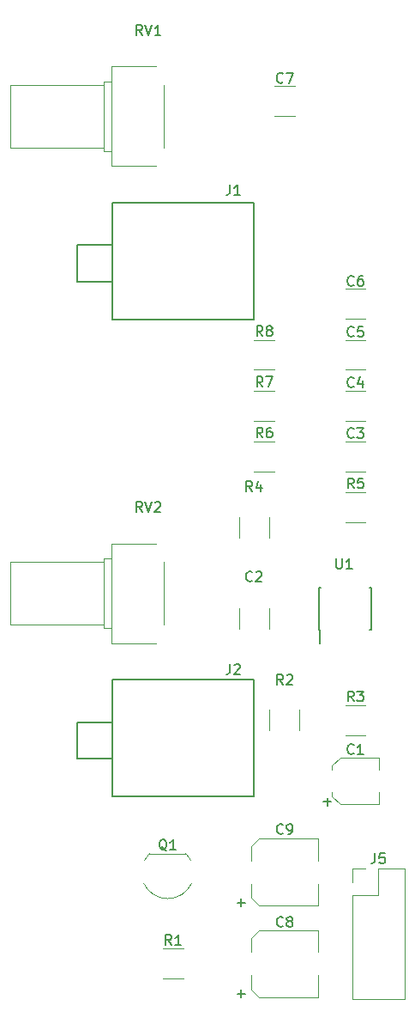
<source format=gbr>
G04 #@! TF.GenerationSoftware,KiCad,Pcbnew,9.0.0*
G04 #@! TF.CreationDate,2025-02-23T15:47:06-07:00*
G04 #@! TF.ProjectId,Noise_Gen,4e6f6973-655f-4476-956e-2e6b69636164,rev?*
G04 #@! TF.SameCoordinates,Original*
G04 #@! TF.FileFunction,Legend,Top*
G04 #@! TF.FilePolarity,Positive*
%FSLAX46Y46*%
G04 Gerber Fmt 4.6, Leading zero omitted, Abs format (unit mm)*
G04 Created by KiCad (PCBNEW 9.0.0) date 2025-02-23 15:47:06*
%MOMM*%
%LPD*%
G01*
G04 APERTURE LIST*
%ADD10C,0.150000*%
%ADD11C,0.120000*%
G04 APERTURE END LIST*
D10*
X11604666Y-18250819D02*
X11604666Y-18965104D01*
X11604666Y-18965104D02*
X11557047Y-19107961D01*
X11557047Y-19107961D02*
X11461809Y-19203200D01*
X11461809Y-19203200D02*
X11318952Y-19250819D01*
X11318952Y-19250819D02*
X11223714Y-19250819D01*
X12604666Y-19250819D02*
X12033238Y-19250819D01*
X12318952Y-19250819D02*
X12318952Y-18250819D01*
X12318952Y-18250819D02*
X12223714Y-18393676D01*
X12223714Y-18393676D02*
X12128476Y-18488914D01*
X12128476Y-18488914D02*
X12033238Y-18536533D01*
X11604666Y-65494819D02*
X11604666Y-66209104D01*
X11604666Y-66209104D02*
X11557047Y-66351961D01*
X11557047Y-66351961D02*
X11461809Y-66447200D01*
X11461809Y-66447200D02*
X11318952Y-66494819D01*
X11318952Y-66494819D02*
X11223714Y-66494819D01*
X12033238Y-65590057D02*
X12080857Y-65542438D01*
X12080857Y-65542438D02*
X12176095Y-65494819D01*
X12176095Y-65494819D02*
X12414190Y-65494819D01*
X12414190Y-65494819D02*
X12509428Y-65542438D01*
X12509428Y-65542438D02*
X12557047Y-65590057D01*
X12557047Y-65590057D02*
X12604666Y-65685295D01*
X12604666Y-65685295D02*
X12604666Y-65780533D01*
X12604666Y-65780533D02*
X12557047Y-65923390D01*
X12557047Y-65923390D02*
X11985619Y-66494819D01*
X11985619Y-66494819D02*
X12604666Y-66494819D01*
X2960761Y-3502819D02*
X2627428Y-3026628D01*
X2389333Y-3502819D02*
X2389333Y-2502819D01*
X2389333Y-2502819D02*
X2770285Y-2502819D01*
X2770285Y-2502819D02*
X2865523Y-2550438D01*
X2865523Y-2550438D02*
X2913142Y-2598057D01*
X2913142Y-2598057D02*
X2960761Y-2693295D01*
X2960761Y-2693295D02*
X2960761Y-2836152D01*
X2960761Y-2836152D02*
X2913142Y-2931390D01*
X2913142Y-2931390D02*
X2865523Y-2979009D01*
X2865523Y-2979009D02*
X2770285Y-3026628D01*
X2770285Y-3026628D02*
X2389333Y-3026628D01*
X3246476Y-2502819D02*
X3579809Y-3502819D01*
X3579809Y-3502819D02*
X3913142Y-2502819D01*
X4770285Y-3502819D02*
X4198857Y-3502819D01*
X4484571Y-3502819D02*
X4484571Y-2502819D01*
X4484571Y-2502819D02*
X4389333Y-2645676D01*
X4389333Y-2645676D02*
X4294095Y-2740914D01*
X4294095Y-2740914D02*
X4198857Y-2788533D01*
X2960761Y-50492819D02*
X2627428Y-50016628D01*
X2389333Y-50492819D02*
X2389333Y-49492819D01*
X2389333Y-49492819D02*
X2770285Y-49492819D01*
X2770285Y-49492819D02*
X2865523Y-49540438D01*
X2865523Y-49540438D02*
X2913142Y-49588057D01*
X2913142Y-49588057D02*
X2960761Y-49683295D01*
X2960761Y-49683295D02*
X2960761Y-49826152D01*
X2960761Y-49826152D02*
X2913142Y-49921390D01*
X2913142Y-49921390D02*
X2865523Y-49969009D01*
X2865523Y-49969009D02*
X2770285Y-50016628D01*
X2770285Y-50016628D02*
X2389333Y-50016628D01*
X3246476Y-49492819D02*
X3579809Y-50492819D01*
X3579809Y-50492819D02*
X3913142Y-49492819D01*
X4198857Y-49588057D02*
X4246476Y-49540438D01*
X4246476Y-49540438D02*
X4341714Y-49492819D01*
X4341714Y-49492819D02*
X4579809Y-49492819D01*
X4579809Y-49492819D02*
X4675047Y-49540438D01*
X4675047Y-49540438D02*
X4722666Y-49588057D01*
X4722666Y-49588057D02*
X4770285Y-49683295D01*
X4770285Y-49683295D02*
X4770285Y-49778533D01*
X4770285Y-49778533D02*
X4722666Y-49921390D01*
X4722666Y-49921390D02*
X4151238Y-50492819D01*
X4151238Y-50492819D02*
X4770285Y-50492819D01*
X25936666Y-84124819D02*
X25936666Y-84839104D01*
X25936666Y-84839104D02*
X25889047Y-84981961D01*
X25889047Y-84981961D02*
X25793809Y-85077200D01*
X25793809Y-85077200D02*
X25650952Y-85124819D01*
X25650952Y-85124819D02*
X25555714Y-85124819D01*
X26889047Y-84124819D02*
X26412857Y-84124819D01*
X26412857Y-84124819D02*
X26365238Y-84601009D01*
X26365238Y-84601009D02*
X26412857Y-84553390D01*
X26412857Y-84553390D02*
X26508095Y-84505771D01*
X26508095Y-84505771D02*
X26746190Y-84505771D01*
X26746190Y-84505771D02*
X26841428Y-84553390D01*
X26841428Y-84553390D02*
X26889047Y-84601009D01*
X26889047Y-84601009D02*
X26936666Y-84696247D01*
X26936666Y-84696247D02*
X26936666Y-84934342D01*
X26936666Y-84934342D02*
X26889047Y-85029580D01*
X26889047Y-85029580D02*
X26841428Y-85077200D01*
X26841428Y-85077200D02*
X26746190Y-85124819D01*
X26746190Y-85124819D02*
X26508095Y-85124819D01*
X26508095Y-85124819D02*
X26412857Y-85077200D01*
X26412857Y-85077200D02*
X26365238Y-85029580D01*
X23833333Y-74273580D02*
X23785714Y-74321200D01*
X23785714Y-74321200D02*
X23642857Y-74368819D01*
X23642857Y-74368819D02*
X23547619Y-74368819D01*
X23547619Y-74368819D02*
X23404762Y-74321200D01*
X23404762Y-74321200D02*
X23309524Y-74225961D01*
X23309524Y-74225961D02*
X23261905Y-74130723D01*
X23261905Y-74130723D02*
X23214286Y-73940247D01*
X23214286Y-73940247D02*
X23214286Y-73797390D01*
X23214286Y-73797390D02*
X23261905Y-73606914D01*
X23261905Y-73606914D02*
X23309524Y-73511676D01*
X23309524Y-73511676D02*
X23404762Y-73416438D01*
X23404762Y-73416438D02*
X23547619Y-73368819D01*
X23547619Y-73368819D02*
X23642857Y-73368819D01*
X23642857Y-73368819D02*
X23785714Y-73416438D01*
X23785714Y-73416438D02*
X23833333Y-73464057D01*
X24785714Y-74368819D02*
X24214286Y-74368819D01*
X24500000Y-74368819D02*
X24500000Y-73368819D01*
X24500000Y-73368819D02*
X24404762Y-73511676D01*
X24404762Y-73511676D02*
X24309524Y-73606914D01*
X24309524Y-73606914D02*
X24214286Y-73654533D01*
X20839048Y-79063866D02*
X21600953Y-79063866D01*
X21220000Y-79444819D02*
X21220000Y-78682914D01*
X13803333Y-57255580D02*
X13755714Y-57303200D01*
X13755714Y-57303200D02*
X13612857Y-57350819D01*
X13612857Y-57350819D02*
X13517619Y-57350819D01*
X13517619Y-57350819D02*
X13374762Y-57303200D01*
X13374762Y-57303200D02*
X13279524Y-57207961D01*
X13279524Y-57207961D02*
X13231905Y-57112723D01*
X13231905Y-57112723D02*
X13184286Y-56922247D01*
X13184286Y-56922247D02*
X13184286Y-56779390D01*
X13184286Y-56779390D02*
X13231905Y-56588914D01*
X13231905Y-56588914D02*
X13279524Y-56493676D01*
X13279524Y-56493676D02*
X13374762Y-56398438D01*
X13374762Y-56398438D02*
X13517619Y-56350819D01*
X13517619Y-56350819D02*
X13612857Y-56350819D01*
X13612857Y-56350819D02*
X13755714Y-56398438D01*
X13755714Y-56398438D02*
X13803333Y-56446057D01*
X14184286Y-56446057D02*
X14231905Y-56398438D01*
X14231905Y-56398438D02*
X14327143Y-56350819D01*
X14327143Y-56350819D02*
X14565238Y-56350819D01*
X14565238Y-56350819D02*
X14660476Y-56398438D01*
X14660476Y-56398438D02*
X14708095Y-56446057D01*
X14708095Y-56446057D02*
X14755714Y-56541295D01*
X14755714Y-56541295D02*
X14755714Y-56636533D01*
X14755714Y-56636533D02*
X14708095Y-56779390D01*
X14708095Y-56779390D02*
X14136667Y-57350819D01*
X14136667Y-57350819D02*
X14755714Y-57350819D01*
X23833333Y-43109580D02*
X23785714Y-43157200D01*
X23785714Y-43157200D02*
X23642857Y-43204819D01*
X23642857Y-43204819D02*
X23547619Y-43204819D01*
X23547619Y-43204819D02*
X23404762Y-43157200D01*
X23404762Y-43157200D02*
X23309524Y-43061961D01*
X23309524Y-43061961D02*
X23261905Y-42966723D01*
X23261905Y-42966723D02*
X23214286Y-42776247D01*
X23214286Y-42776247D02*
X23214286Y-42633390D01*
X23214286Y-42633390D02*
X23261905Y-42442914D01*
X23261905Y-42442914D02*
X23309524Y-42347676D01*
X23309524Y-42347676D02*
X23404762Y-42252438D01*
X23404762Y-42252438D02*
X23547619Y-42204819D01*
X23547619Y-42204819D02*
X23642857Y-42204819D01*
X23642857Y-42204819D02*
X23785714Y-42252438D01*
X23785714Y-42252438D02*
X23833333Y-42300057D01*
X24166667Y-42204819D02*
X24785714Y-42204819D01*
X24785714Y-42204819D02*
X24452381Y-42585771D01*
X24452381Y-42585771D02*
X24595238Y-42585771D01*
X24595238Y-42585771D02*
X24690476Y-42633390D01*
X24690476Y-42633390D02*
X24738095Y-42681009D01*
X24738095Y-42681009D02*
X24785714Y-42776247D01*
X24785714Y-42776247D02*
X24785714Y-43014342D01*
X24785714Y-43014342D02*
X24738095Y-43109580D01*
X24738095Y-43109580D02*
X24690476Y-43157200D01*
X24690476Y-43157200D02*
X24595238Y-43204819D01*
X24595238Y-43204819D02*
X24309524Y-43204819D01*
X24309524Y-43204819D02*
X24214286Y-43157200D01*
X24214286Y-43157200D02*
X24166667Y-43109580D01*
X23833333Y-38109580D02*
X23785714Y-38157200D01*
X23785714Y-38157200D02*
X23642857Y-38204819D01*
X23642857Y-38204819D02*
X23547619Y-38204819D01*
X23547619Y-38204819D02*
X23404762Y-38157200D01*
X23404762Y-38157200D02*
X23309524Y-38061961D01*
X23309524Y-38061961D02*
X23261905Y-37966723D01*
X23261905Y-37966723D02*
X23214286Y-37776247D01*
X23214286Y-37776247D02*
X23214286Y-37633390D01*
X23214286Y-37633390D02*
X23261905Y-37442914D01*
X23261905Y-37442914D02*
X23309524Y-37347676D01*
X23309524Y-37347676D02*
X23404762Y-37252438D01*
X23404762Y-37252438D02*
X23547619Y-37204819D01*
X23547619Y-37204819D02*
X23642857Y-37204819D01*
X23642857Y-37204819D02*
X23785714Y-37252438D01*
X23785714Y-37252438D02*
X23833333Y-37300057D01*
X24690476Y-37538152D02*
X24690476Y-38204819D01*
X24452381Y-37157200D02*
X24214286Y-37871485D01*
X24214286Y-37871485D02*
X24833333Y-37871485D01*
X23833333Y-33109580D02*
X23785714Y-33157200D01*
X23785714Y-33157200D02*
X23642857Y-33204819D01*
X23642857Y-33204819D02*
X23547619Y-33204819D01*
X23547619Y-33204819D02*
X23404762Y-33157200D01*
X23404762Y-33157200D02*
X23309524Y-33061961D01*
X23309524Y-33061961D02*
X23261905Y-32966723D01*
X23261905Y-32966723D02*
X23214286Y-32776247D01*
X23214286Y-32776247D02*
X23214286Y-32633390D01*
X23214286Y-32633390D02*
X23261905Y-32442914D01*
X23261905Y-32442914D02*
X23309524Y-32347676D01*
X23309524Y-32347676D02*
X23404762Y-32252438D01*
X23404762Y-32252438D02*
X23547619Y-32204819D01*
X23547619Y-32204819D02*
X23642857Y-32204819D01*
X23642857Y-32204819D02*
X23785714Y-32252438D01*
X23785714Y-32252438D02*
X23833333Y-32300057D01*
X24738095Y-32204819D02*
X24261905Y-32204819D01*
X24261905Y-32204819D02*
X24214286Y-32681009D01*
X24214286Y-32681009D02*
X24261905Y-32633390D01*
X24261905Y-32633390D02*
X24357143Y-32585771D01*
X24357143Y-32585771D02*
X24595238Y-32585771D01*
X24595238Y-32585771D02*
X24690476Y-32633390D01*
X24690476Y-32633390D02*
X24738095Y-32681009D01*
X24738095Y-32681009D02*
X24785714Y-32776247D01*
X24785714Y-32776247D02*
X24785714Y-33014342D01*
X24785714Y-33014342D02*
X24738095Y-33109580D01*
X24738095Y-33109580D02*
X24690476Y-33157200D01*
X24690476Y-33157200D02*
X24595238Y-33204819D01*
X24595238Y-33204819D02*
X24357143Y-33204819D01*
X24357143Y-33204819D02*
X24261905Y-33157200D01*
X24261905Y-33157200D02*
X24214286Y-33109580D01*
X23833333Y-28109580D02*
X23785714Y-28157200D01*
X23785714Y-28157200D02*
X23642857Y-28204819D01*
X23642857Y-28204819D02*
X23547619Y-28204819D01*
X23547619Y-28204819D02*
X23404762Y-28157200D01*
X23404762Y-28157200D02*
X23309524Y-28061961D01*
X23309524Y-28061961D02*
X23261905Y-27966723D01*
X23261905Y-27966723D02*
X23214286Y-27776247D01*
X23214286Y-27776247D02*
X23214286Y-27633390D01*
X23214286Y-27633390D02*
X23261905Y-27442914D01*
X23261905Y-27442914D02*
X23309524Y-27347676D01*
X23309524Y-27347676D02*
X23404762Y-27252438D01*
X23404762Y-27252438D02*
X23547619Y-27204819D01*
X23547619Y-27204819D02*
X23642857Y-27204819D01*
X23642857Y-27204819D02*
X23785714Y-27252438D01*
X23785714Y-27252438D02*
X23833333Y-27300057D01*
X24690476Y-27204819D02*
X24500000Y-27204819D01*
X24500000Y-27204819D02*
X24404762Y-27252438D01*
X24404762Y-27252438D02*
X24357143Y-27300057D01*
X24357143Y-27300057D02*
X24261905Y-27442914D01*
X24261905Y-27442914D02*
X24214286Y-27633390D01*
X24214286Y-27633390D02*
X24214286Y-28014342D01*
X24214286Y-28014342D02*
X24261905Y-28109580D01*
X24261905Y-28109580D02*
X24309524Y-28157200D01*
X24309524Y-28157200D02*
X24404762Y-28204819D01*
X24404762Y-28204819D02*
X24595238Y-28204819D01*
X24595238Y-28204819D02*
X24690476Y-28157200D01*
X24690476Y-28157200D02*
X24738095Y-28109580D01*
X24738095Y-28109580D02*
X24785714Y-28014342D01*
X24785714Y-28014342D02*
X24785714Y-27776247D01*
X24785714Y-27776247D02*
X24738095Y-27681009D01*
X24738095Y-27681009D02*
X24690476Y-27633390D01*
X24690476Y-27633390D02*
X24595238Y-27585771D01*
X24595238Y-27585771D02*
X24404762Y-27585771D01*
X24404762Y-27585771D02*
X24309524Y-27633390D01*
X24309524Y-27633390D02*
X24261905Y-27681009D01*
X24261905Y-27681009D02*
X24214286Y-27776247D01*
X16833333Y-8109580D02*
X16785714Y-8157200D01*
X16785714Y-8157200D02*
X16642857Y-8204819D01*
X16642857Y-8204819D02*
X16547619Y-8204819D01*
X16547619Y-8204819D02*
X16404762Y-8157200D01*
X16404762Y-8157200D02*
X16309524Y-8061961D01*
X16309524Y-8061961D02*
X16261905Y-7966723D01*
X16261905Y-7966723D02*
X16214286Y-7776247D01*
X16214286Y-7776247D02*
X16214286Y-7633390D01*
X16214286Y-7633390D02*
X16261905Y-7442914D01*
X16261905Y-7442914D02*
X16309524Y-7347676D01*
X16309524Y-7347676D02*
X16404762Y-7252438D01*
X16404762Y-7252438D02*
X16547619Y-7204819D01*
X16547619Y-7204819D02*
X16642857Y-7204819D01*
X16642857Y-7204819D02*
X16785714Y-7252438D01*
X16785714Y-7252438D02*
X16833333Y-7300057D01*
X17166667Y-7204819D02*
X17833333Y-7204819D01*
X17833333Y-7204819D02*
X17404762Y-8204819D01*
X16833333Y-91291580D02*
X16785714Y-91339200D01*
X16785714Y-91339200D02*
X16642857Y-91386819D01*
X16642857Y-91386819D02*
X16547619Y-91386819D01*
X16547619Y-91386819D02*
X16404762Y-91339200D01*
X16404762Y-91339200D02*
X16309524Y-91243961D01*
X16309524Y-91243961D02*
X16261905Y-91148723D01*
X16261905Y-91148723D02*
X16214286Y-90958247D01*
X16214286Y-90958247D02*
X16214286Y-90815390D01*
X16214286Y-90815390D02*
X16261905Y-90624914D01*
X16261905Y-90624914D02*
X16309524Y-90529676D01*
X16309524Y-90529676D02*
X16404762Y-90434438D01*
X16404762Y-90434438D02*
X16547619Y-90386819D01*
X16547619Y-90386819D02*
X16642857Y-90386819D01*
X16642857Y-90386819D02*
X16785714Y-90434438D01*
X16785714Y-90434438D02*
X16833333Y-90482057D01*
X17404762Y-90815390D02*
X17309524Y-90767771D01*
X17309524Y-90767771D02*
X17261905Y-90720152D01*
X17261905Y-90720152D02*
X17214286Y-90624914D01*
X17214286Y-90624914D02*
X17214286Y-90577295D01*
X17214286Y-90577295D02*
X17261905Y-90482057D01*
X17261905Y-90482057D02*
X17309524Y-90434438D01*
X17309524Y-90434438D02*
X17404762Y-90386819D01*
X17404762Y-90386819D02*
X17595238Y-90386819D01*
X17595238Y-90386819D02*
X17690476Y-90434438D01*
X17690476Y-90434438D02*
X17738095Y-90482057D01*
X17738095Y-90482057D02*
X17785714Y-90577295D01*
X17785714Y-90577295D02*
X17785714Y-90624914D01*
X17785714Y-90624914D02*
X17738095Y-90720152D01*
X17738095Y-90720152D02*
X17690476Y-90767771D01*
X17690476Y-90767771D02*
X17595238Y-90815390D01*
X17595238Y-90815390D02*
X17404762Y-90815390D01*
X17404762Y-90815390D02*
X17309524Y-90863009D01*
X17309524Y-90863009D02*
X17261905Y-90910628D01*
X17261905Y-90910628D02*
X17214286Y-91005866D01*
X17214286Y-91005866D02*
X17214286Y-91196342D01*
X17214286Y-91196342D02*
X17261905Y-91291580D01*
X17261905Y-91291580D02*
X17309524Y-91339200D01*
X17309524Y-91339200D02*
X17404762Y-91386819D01*
X17404762Y-91386819D02*
X17595238Y-91386819D01*
X17595238Y-91386819D02*
X17690476Y-91339200D01*
X17690476Y-91339200D02*
X17738095Y-91291580D01*
X17738095Y-91291580D02*
X17785714Y-91196342D01*
X17785714Y-91196342D02*
X17785714Y-91005866D01*
X17785714Y-91005866D02*
X17738095Y-90910628D01*
X17738095Y-90910628D02*
X17690476Y-90863009D01*
X17690476Y-90863009D02*
X17595238Y-90815390D01*
X12339048Y-97983866D02*
X13100953Y-97983866D01*
X12720000Y-98364819D02*
X12720000Y-97602914D01*
X16833333Y-82147580D02*
X16785714Y-82195200D01*
X16785714Y-82195200D02*
X16642857Y-82242819D01*
X16642857Y-82242819D02*
X16547619Y-82242819D01*
X16547619Y-82242819D02*
X16404762Y-82195200D01*
X16404762Y-82195200D02*
X16309524Y-82099961D01*
X16309524Y-82099961D02*
X16261905Y-82004723D01*
X16261905Y-82004723D02*
X16214286Y-81814247D01*
X16214286Y-81814247D02*
X16214286Y-81671390D01*
X16214286Y-81671390D02*
X16261905Y-81480914D01*
X16261905Y-81480914D02*
X16309524Y-81385676D01*
X16309524Y-81385676D02*
X16404762Y-81290438D01*
X16404762Y-81290438D02*
X16547619Y-81242819D01*
X16547619Y-81242819D02*
X16642857Y-81242819D01*
X16642857Y-81242819D02*
X16785714Y-81290438D01*
X16785714Y-81290438D02*
X16833333Y-81338057D01*
X17309524Y-82242819D02*
X17500000Y-82242819D01*
X17500000Y-82242819D02*
X17595238Y-82195200D01*
X17595238Y-82195200D02*
X17642857Y-82147580D01*
X17642857Y-82147580D02*
X17738095Y-82004723D01*
X17738095Y-82004723D02*
X17785714Y-81814247D01*
X17785714Y-81814247D02*
X17785714Y-81433295D01*
X17785714Y-81433295D02*
X17738095Y-81338057D01*
X17738095Y-81338057D02*
X17690476Y-81290438D01*
X17690476Y-81290438D02*
X17595238Y-81242819D01*
X17595238Y-81242819D02*
X17404762Y-81242819D01*
X17404762Y-81242819D02*
X17309524Y-81290438D01*
X17309524Y-81290438D02*
X17261905Y-81338057D01*
X17261905Y-81338057D02*
X17214286Y-81433295D01*
X17214286Y-81433295D02*
X17214286Y-81671390D01*
X17214286Y-81671390D02*
X17261905Y-81766628D01*
X17261905Y-81766628D02*
X17309524Y-81814247D01*
X17309524Y-81814247D02*
X17404762Y-81861866D01*
X17404762Y-81861866D02*
X17595238Y-81861866D01*
X17595238Y-81861866D02*
X17690476Y-81814247D01*
X17690476Y-81814247D02*
X17738095Y-81766628D01*
X17738095Y-81766628D02*
X17785714Y-81671390D01*
X12339048Y-88983866D02*
X13100953Y-88983866D01*
X12720000Y-89364819D02*
X12720000Y-88602914D01*
X5364761Y-83862057D02*
X5269523Y-83814438D01*
X5269523Y-83814438D02*
X5174285Y-83719200D01*
X5174285Y-83719200D02*
X5031428Y-83576342D01*
X5031428Y-83576342D02*
X4936190Y-83528723D01*
X4936190Y-83528723D02*
X4840952Y-83528723D01*
X4888571Y-83766819D02*
X4793333Y-83719200D01*
X4793333Y-83719200D02*
X4698095Y-83623961D01*
X4698095Y-83623961D02*
X4650476Y-83433485D01*
X4650476Y-83433485D02*
X4650476Y-83100152D01*
X4650476Y-83100152D02*
X4698095Y-82909676D01*
X4698095Y-82909676D02*
X4793333Y-82814438D01*
X4793333Y-82814438D02*
X4888571Y-82766819D01*
X4888571Y-82766819D02*
X5079047Y-82766819D01*
X5079047Y-82766819D02*
X5174285Y-82814438D01*
X5174285Y-82814438D02*
X5269523Y-82909676D01*
X5269523Y-82909676D02*
X5317142Y-83100152D01*
X5317142Y-83100152D02*
X5317142Y-83433485D01*
X5317142Y-83433485D02*
X5269523Y-83623961D01*
X5269523Y-83623961D02*
X5174285Y-83719200D01*
X5174285Y-83719200D02*
X5079047Y-83766819D01*
X5079047Y-83766819D02*
X4888571Y-83766819D01*
X6269523Y-83766819D02*
X5698095Y-83766819D01*
X5983809Y-83766819D02*
X5983809Y-82766819D01*
X5983809Y-82766819D02*
X5888571Y-82909676D01*
X5888571Y-82909676D02*
X5793333Y-83004914D01*
X5793333Y-83004914D02*
X5698095Y-83052533D01*
X5833333Y-93164819D02*
X5500000Y-92688628D01*
X5261905Y-93164819D02*
X5261905Y-92164819D01*
X5261905Y-92164819D02*
X5642857Y-92164819D01*
X5642857Y-92164819D02*
X5738095Y-92212438D01*
X5738095Y-92212438D02*
X5785714Y-92260057D01*
X5785714Y-92260057D02*
X5833333Y-92355295D01*
X5833333Y-92355295D02*
X5833333Y-92498152D01*
X5833333Y-92498152D02*
X5785714Y-92593390D01*
X5785714Y-92593390D02*
X5738095Y-92641009D01*
X5738095Y-92641009D02*
X5642857Y-92688628D01*
X5642857Y-92688628D02*
X5261905Y-92688628D01*
X6785714Y-93164819D02*
X6214286Y-93164819D01*
X6500000Y-93164819D02*
X6500000Y-92164819D01*
X6500000Y-92164819D02*
X6404762Y-92307676D01*
X6404762Y-92307676D02*
X6309524Y-92402914D01*
X6309524Y-92402914D02*
X6214286Y-92450533D01*
X16851333Y-67510819D02*
X16518000Y-67034628D01*
X16279905Y-67510819D02*
X16279905Y-66510819D01*
X16279905Y-66510819D02*
X16660857Y-66510819D01*
X16660857Y-66510819D02*
X16756095Y-66558438D01*
X16756095Y-66558438D02*
X16803714Y-66606057D01*
X16803714Y-66606057D02*
X16851333Y-66701295D01*
X16851333Y-66701295D02*
X16851333Y-66844152D01*
X16851333Y-66844152D02*
X16803714Y-66939390D01*
X16803714Y-66939390D02*
X16756095Y-66987009D01*
X16756095Y-66987009D02*
X16660857Y-67034628D01*
X16660857Y-67034628D02*
X16279905Y-67034628D01*
X17232286Y-66606057D02*
X17279905Y-66558438D01*
X17279905Y-66558438D02*
X17375143Y-66510819D01*
X17375143Y-66510819D02*
X17613238Y-66510819D01*
X17613238Y-66510819D02*
X17708476Y-66558438D01*
X17708476Y-66558438D02*
X17756095Y-66606057D01*
X17756095Y-66606057D02*
X17803714Y-66701295D01*
X17803714Y-66701295D02*
X17803714Y-66796533D01*
X17803714Y-66796533D02*
X17756095Y-66939390D01*
X17756095Y-66939390D02*
X17184667Y-67510819D01*
X17184667Y-67510819D02*
X17803714Y-67510819D01*
X23833333Y-69154819D02*
X23500000Y-68678628D01*
X23261905Y-69154819D02*
X23261905Y-68154819D01*
X23261905Y-68154819D02*
X23642857Y-68154819D01*
X23642857Y-68154819D02*
X23738095Y-68202438D01*
X23738095Y-68202438D02*
X23785714Y-68250057D01*
X23785714Y-68250057D02*
X23833333Y-68345295D01*
X23833333Y-68345295D02*
X23833333Y-68488152D01*
X23833333Y-68488152D02*
X23785714Y-68583390D01*
X23785714Y-68583390D02*
X23738095Y-68631009D01*
X23738095Y-68631009D02*
X23642857Y-68678628D01*
X23642857Y-68678628D02*
X23261905Y-68678628D01*
X24166667Y-68154819D02*
X24785714Y-68154819D01*
X24785714Y-68154819D02*
X24452381Y-68535771D01*
X24452381Y-68535771D02*
X24595238Y-68535771D01*
X24595238Y-68535771D02*
X24690476Y-68583390D01*
X24690476Y-68583390D02*
X24738095Y-68631009D01*
X24738095Y-68631009D02*
X24785714Y-68726247D01*
X24785714Y-68726247D02*
X24785714Y-68964342D01*
X24785714Y-68964342D02*
X24738095Y-69059580D01*
X24738095Y-69059580D02*
X24690476Y-69107200D01*
X24690476Y-69107200D02*
X24595238Y-69154819D01*
X24595238Y-69154819D02*
X24309524Y-69154819D01*
X24309524Y-69154819D02*
X24214286Y-69107200D01*
X24214286Y-69107200D02*
X24166667Y-69059580D01*
X13803333Y-48460819D02*
X13470000Y-47984628D01*
X13231905Y-48460819D02*
X13231905Y-47460819D01*
X13231905Y-47460819D02*
X13612857Y-47460819D01*
X13612857Y-47460819D02*
X13708095Y-47508438D01*
X13708095Y-47508438D02*
X13755714Y-47556057D01*
X13755714Y-47556057D02*
X13803333Y-47651295D01*
X13803333Y-47651295D02*
X13803333Y-47794152D01*
X13803333Y-47794152D02*
X13755714Y-47889390D01*
X13755714Y-47889390D02*
X13708095Y-47937009D01*
X13708095Y-47937009D02*
X13612857Y-47984628D01*
X13612857Y-47984628D02*
X13231905Y-47984628D01*
X14660476Y-47794152D02*
X14660476Y-48460819D01*
X14422381Y-47413200D02*
X14184286Y-48127485D01*
X14184286Y-48127485D02*
X14803333Y-48127485D01*
X23833333Y-48154819D02*
X23500000Y-47678628D01*
X23261905Y-48154819D02*
X23261905Y-47154819D01*
X23261905Y-47154819D02*
X23642857Y-47154819D01*
X23642857Y-47154819D02*
X23738095Y-47202438D01*
X23738095Y-47202438D02*
X23785714Y-47250057D01*
X23785714Y-47250057D02*
X23833333Y-47345295D01*
X23833333Y-47345295D02*
X23833333Y-47488152D01*
X23833333Y-47488152D02*
X23785714Y-47583390D01*
X23785714Y-47583390D02*
X23738095Y-47631009D01*
X23738095Y-47631009D02*
X23642857Y-47678628D01*
X23642857Y-47678628D02*
X23261905Y-47678628D01*
X24738095Y-47154819D02*
X24261905Y-47154819D01*
X24261905Y-47154819D02*
X24214286Y-47631009D01*
X24214286Y-47631009D02*
X24261905Y-47583390D01*
X24261905Y-47583390D02*
X24357143Y-47535771D01*
X24357143Y-47535771D02*
X24595238Y-47535771D01*
X24595238Y-47535771D02*
X24690476Y-47583390D01*
X24690476Y-47583390D02*
X24738095Y-47631009D01*
X24738095Y-47631009D02*
X24785714Y-47726247D01*
X24785714Y-47726247D02*
X24785714Y-47964342D01*
X24785714Y-47964342D02*
X24738095Y-48059580D01*
X24738095Y-48059580D02*
X24690476Y-48107200D01*
X24690476Y-48107200D02*
X24595238Y-48154819D01*
X24595238Y-48154819D02*
X24357143Y-48154819D01*
X24357143Y-48154819D02*
X24261905Y-48107200D01*
X24261905Y-48107200D02*
X24214286Y-48059580D01*
X14833333Y-43154819D02*
X14500000Y-42678628D01*
X14261905Y-43154819D02*
X14261905Y-42154819D01*
X14261905Y-42154819D02*
X14642857Y-42154819D01*
X14642857Y-42154819D02*
X14738095Y-42202438D01*
X14738095Y-42202438D02*
X14785714Y-42250057D01*
X14785714Y-42250057D02*
X14833333Y-42345295D01*
X14833333Y-42345295D02*
X14833333Y-42488152D01*
X14833333Y-42488152D02*
X14785714Y-42583390D01*
X14785714Y-42583390D02*
X14738095Y-42631009D01*
X14738095Y-42631009D02*
X14642857Y-42678628D01*
X14642857Y-42678628D02*
X14261905Y-42678628D01*
X15690476Y-42154819D02*
X15500000Y-42154819D01*
X15500000Y-42154819D02*
X15404762Y-42202438D01*
X15404762Y-42202438D02*
X15357143Y-42250057D01*
X15357143Y-42250057D02*
X15261905Y-42392914D01*
X15261905Y-42392914D02*
X15214286Y-42583390D01*
X15214286Y-42583390D02*
X15214286Y-42964342D01*
X15214286Y-42964342D02*
X15261905Y-43059580D01*
X15261905Y-43059580D02*
X15309524Y-43107200D01*
X15309524Y-43107200D02*
X15404762Y-43154819D01*
X15404762Y-43154819D02*
X15595238Y-43154819D01*
X15595238Y-43154819D02*
X15690476Y-43107200D01*
X15690476Y-43107200D02*
X15738095Y-43059580D01*
X15738095Y-43059580D02*
X15785714Y-42964342D01*
X15785714Y-42964342D02*
X15785714Y-42726247D01*
X15785714Y-42726247D02*
X15738095Y-42631009D01*
X15738095Y-42631009D02*
X15690476Y-42583390D01*
X15690476Y-42583390D02*
X15595238Y-42535771D01*
X15595238Y-42535771D02*
X15404762Y-42535771D01*
X15404762Y-42535771D02*
X15309524Y-42583390D01*
X15309524Y-42583390D02*
X15261905Y-42631009D01*
X15261905Y-42631009D02*
X15214286Y-42726247D01*
X14833333Y-38154819D02*
X14500000Y-37678628D01*
X14261905Y-38154819D02*
X14261905Y-37154819D01*
X14261905Y-37154819D02*
X14642857Y-37154819D01*
X14642857Y-37154819D02*
X14738095Y-37202438D01*
X14738095Y-37202438D02*
X14785714Y-37250057D01*
X14785714Y-37250057D02*
X14833333Y-37345295D01*
X14833333Y-37345295D02*
X14833333Y-37488152D01*
X14833333Y-37488152D02*
X14785714Y-37583390D01*
X14785714Y-37583390D02*
X14738095Y-37631009D01*
X14738095Y-37631009D02*
X14642857Y-37678628D01*
X14642857Y-37678628D02*
X14261905Y-37678628D01*
X15166667Y-37154819D02*
X15833333Y-37154819D01*
X15833333Y-37154819D02*
X15404762Y-38154819D01*
X14833333Y-33154819D02*
X14500000Y-32678628D01*
X14261905Y-33154819D02*
X14261905Y-32154819D01*
X14261905Y-32154819D02*
X14642857Y-32154819D01*
X14642857Y-32154819D02*
X14738095Y-32202438D01*
X14738095Y-32202438D02*
X14785714Y-32250057D01*
X14785714Y-32250057D02*
X14833333Y-32345295D01*
X14833333Y-32345295D02*
X14833333Y-32488152D01*
X14833333Y-32488152D02*
X14785714Y-32583390D01*
X14785714Y-32583390D02*
X14738095Y-32631009D01*
X14738095Y-32631009D02*
X14642857Y-32678628D01*
X14642857Y-32678628D02*
X14261905Y-32678628D01*
X15404762Y-32583390D02*
X15309524Y-32535771D01*
X15309524Y-32535771D02*
X15261905Y-32488152D01*
X15261905Y-32488152D02*
X15214286Y-32392914D01*
X15214286Y-32392914D02*
X15214286Y-32345295D01*
X15214286Y-32345295D02*
X15261905Y-32250057D01*
X15261905Y-32250057D02*
X15309524Y-32202438D01*
X15309524Y-32202438D02*
X15404762Y-32154819D01*
X15404762Y-32154819D02*
X15595238Y-32154819D01*
X15595238Y-32154819D02*
X15690476Y-32202438D01*
X15690476Y-32202438D02*
X15738095Y-32250057D01*
X15738095Y-32250057D02*
X15785714Y-32345295D01*
X15785714Y-32345295D02*
X15785714Y-32392914D01*
X15785714Y-32392914D02*
X15738095Y-32488152D01*
X15738095Y-32488152D02*
X15690476Y-32535771D01*
X15690476Y-32535771D02*
X15595238Y-32583390D01*
X15595238Y-32583390D02*
X15404762Y-32583390D01*
X15404762Y-32583390D02*
X15309524Y-32631009D01*
X15309524Y-32631009D02*
X15261905Y-32678628D01*
X15261905Y-32678628D02*
X15214286Y-32773866D01*
X15214286Y-32773866D02*
X15214286Y-32964342D01*
X15214286Y-32964342D02*
X15261905Y-33059580D01*
X15261905Y-33059580D02*
X15309524Y-33107200D01*
X15309524Y-33107200D02*
X15404762Y-33154819D01*
X15404762Y-33154819D02*
X15595238Y-33154819D01*
X15595238Y-33154819D02*
X15690476Y-33107200D01*
X15690476Y-33107200D02*
X15738095Y-33059580D01*
X15738095Y-33059580D02*
X15785714Y-32964342D01*
X15785714Y-32964342D02*
X15785714Y-32773866D01*
X15785714Y-32773866D02*
X15738095Y-32678628D01*
X15738095Y-32678628D02*
X15690476Y-32631009D01*
X15690476Y-32631009D02*
X15595238Y-32583390D01*
X22098095Y-55080819D02*
X22098095Y-55890342D01*
X22098095Y-55890342D02*
X22145714Y-55985580D01*
X22145714Y-55985580D02*
X22193333Y-56033200D01*
X22193333Y-56033200D02*
X22288571Y-56080819D01*
X22288571Y-56080819D02*
X22479047Y-56080819D01*
X22479047Y-56080819D02*
X22574285Y-56033200D01*
X22574285Y-56033200D02*
X22621904Y-55985580D01*
X22621904Y-55985580D02*
X22669523Y-55890342D01*
X22669523Y-55890342D02*
X22669523Y-55080819D01*
X23669523Y-56080819D02*
X23098095Y-56080819D01*
X23383809Y-56080819D02*
X23383809Y-55080819D01*
X23383809Y-55080819D02*
X23288571Y-55223676D01*
X23288571Y-55223676D02*
X23193333Y-55318914D01*
X23193333Y-55318914D02*
X23098095Y-55366533D01*
X0Y-31500000D02*
X0Y-20000000D01*
X-3500000Y-24200000D02*
X-3500000Y-27800000D01*
X14000000Y-20000000D02*
X14000000Y-31500000D01*
X0Y-20000000D02*
X14000000Y-20000000D01*
X0Y-27800000D02*
X-3500000Y-27800000D01*
X14000000Y-31500000D02*
X0Y-31500000D01*
X0Y-24200000D02*
X-3500000Y-24200000D01*
X14000000Y-78500000D02*
X0Y-78500000D01*
X0Y-71200000D02*
X-3500000Y-71200000D01*
X0Y-78500000D02*
X0Y-67000000D01*
X-3500000Y-71200000D02*
X-3500000Y-74800000D01*
X0Y-67000000D02*
X14000000Y-67000000D01*
X0Y-74800000D02*
X-3500000Y-74800000D01*
X14000000Y-67000000D02*
X14000000Y-78500000D01*
D11*
X-860000Y-14960000D02*
X-860000Y-8040000D01*
X-10060000Y-14560000D02*
X-10060000Y-8440000D01*
X4305000Y-16410000D02*
X-60000Y-16410000D01*
X-860000Y-8440000D02*
X-10060000Y-8440000D01*
X-860000Y-14560000D02*
X-860000Y-8440000D01*
X-60000Y-16410000D02*
X-60000Y-6590000D01*
X-60000Y-8040000D02*
X-860000Y-8040000D01*
X5060000Y-14625000D02*
X5060000Y-8375000D01*
X-860000Y-14560000D02*
X-10060000Y-14560000D01*
X4305000Y-6590000D02*
X-60000Y-6590000D01*
X-60000Y-14960000D02*
X-60000Y-8040000D01*
X-60000Y-14960000D02*
X-860000Y-14960000D01*
X-60000Y-61960000D02*
X-860000Y-61960000D01*
X-860000Y-55440000D02*
X-10060000Y-55440000D01*
X-60000Y-63410000D02*
X-60000Y-53590000D01*
X-860000Y-61960000D02*
X-860000Y-55040000D01*
X-60000Y-55040000D02*
X-860000Y-55040000D01*
X5060000Y-61625000D02*
X5060000Y-55375000D01*
X-860000Y-61560000D02*
X-10060000Y-61560000D01*
X4305000Y-53590000D02*
X-60000Y-53590000D01*
X-10060000Y-61560000D02*
X-10060000Y-55440000D01*
X-60000Y-61960000D02*
X-60000Y-55040000D01*
X-860000Y-61560000D02*
X-860000Y-55440000D01*
X4305000Y-63410000D02*
X-60000Y-63410000D01*
X28870000Y-85670000D02*
X28870000Y-98490000D01*
X26270000Y-88270000D02*
X26270000Y-85670000D01*
X23670000Y-88270000D02*
X23670000Y-98490000D01*
X23670000Y-98490000D02*
X28870000Y-98490000D01*
X23670000Y-85670000D02*
X25000000Y-85670000D01*
X23670000Y-87000000D02*
X23670000Y-85670000D01*
X26270000Y-85670000D02*
X28870000Y-85670000D01*
X23670000Y-88270000D02*
X26270000Y-88270000D01*
X26290000Y-74700000D02*
X26290000Y-75870000D01*
X22480000Y-79270000D02*
X26290000Y-79270000D01*
X22480000Y-79270000D02*
X21710000Y-78510000D01*
X21710000Y-75460000D02*
X21710000Y-75870000D01*
X22480000Y-74700000D02*
X21710000Y-75460000D01*
X21710000Y-78510000D02*
X21710000Y-78100000D01*
X22480000Y-74700000D02*
X26290000Y-74700000D01*
X26290000Y-79270000D02*
X26290000Y-78100000D01*
X15480000Y-62000000D02*
X15480000Y-60000000D01*
X12520000Y-60000000D02*
X12520000Y-62000000D01*
X25000000Y-43520000D02*
X23000000Y-43520000D01*
X23000000Y-46480000D02*
X25000000Y-46480000D01*
X25000000Y-38520000D02*
X23000000Y-38520000D01*
X23000000Y-41480000D02*
X25000000Y-41480000D01*
X23000000Y-36480000D02*
X25000000Y-36480000D01*
X25000000Y-33520000D02*
X23000000Y-33520000D01*
X23000000Y-31480000D02*
X25000000Y-31480000D01*
X25000000Y-28520000D02*
X23000000Y-28520000D01*
X16000000Y-11480000D02*
X18000000Y-11480000D01*
X18000000Y-8520000D02*
X16000000Y-8520000D01*
X20300000Y-91700000D02*
X20300000Y-93880000D01*
X14460000Y-91700000D02*
X20300000Y-91700000D01*
X13700000Y-92460000D02*
X14460000Y-91700000D01*
X14460000Y-98300000D02*
X13700000Y-97540000D01*
X13700000Y-92460000D02*
X13700000Y-93880000D01*
X20300000Y-98300000D02*
X20300000Y-96120000D01*
X13700000Y-97540000D02*
X13700000Y-96120000D01*
X20300000Y-98300000D02*
X14460000Y-98300000D01*
X13700000Y-83460000D02*
X13700000Y-84880000D01*
X13700000Y-83460000D02*
X14460000Y-82700000D01*
X14460000Y-82700000D02*
X20300000Y-82700000D01*
X14460000Y-89300000D02*
X13700000Y-88540000D01*
X20300000Y-89300000D02*
X14460000Y-89300000D01*
X20300000Y-82700000D02*
X20300000Y-84880000D01*
X20300000Y-89300000D02*
X20300000Y-87120000D01*
X13700000Y-88540000D02*
X13700000Y-87120000D01*
X7260000Y-84150000D02*
X3660000Y-84150000D01*
X7260000Y-84150000D02*
G75*
G02*
X7784184Y-84877205I-1800000J-1850000D01*
G01*
X7816400Y-87098807D02*
G75*
G02*
X5460000Y-88600000I-2356400J1098807D01*
G01*
X3135816Y-84877205D02*
G75*
G02*
X3660000Y-84150000I2324184J-1122795D01*
G01*
X5460000Y-88600000D02*
G75*
G02*
X3103600Y-87098807I0J2600000D01*
G01*
X7000000Y-96480000D02*
X5000000Y-96480000D01*
X5000000Y-93520000D02*
X7000000Y-93520000D01*
X15520000Y-72000000D02*
X15520000Y-70000000D01*
X18480000Y-70000000D02*
X18480000Y-72000000D01*
X25000000Y-72480000D02*
X23000000Y-72480000D01*
X23000000Y-69520000D02*
X25000000Y-69520000D01*
X12520000Y-53000000D02*
X12520000Y-51000000D01*
X15480000Y-51000000D02*
X15480000Y-53000000D01*
X25000000Y-51480000D02*
X23000000Y-51480000D01*
X23000000Y-48520000D02*
X25000000Y-48520000D01*
X16000000Y-46480000D02*
X14000000Y-46480000D01*
X14000000Y-43520000D02*
X16000000Y-43520000D01*
X14000000Y-38520000D02*
X16000000Y-38520000D01*
X16000000Y-41480000D02*
X14000000Y-41480000D01*
X16000000Y-36480000D02*
X14000000Y-36480000D01*
X14000000Y-33520000D02*
X16000000Y-33520000D01*
D10*
X20475000Y-62075000D02*
X20475000Y-63475000D01*
X25575000Y-57925000D02*
X25430000Y-57925000D01*
X20425000Y-62075000D02*
X20475000Y-62075000D01*
X25575000Y-62075000D02*
X25575000Y-57925000D01*
X20425000Y-57925000D02*
X20570000Y-57925000D01*
X20425000Y-62075000D02*
X20425000Y-57925000D01*
X25575000Y-62075000D02*
X25430000Y-62075000D01*
M02*

</source>
